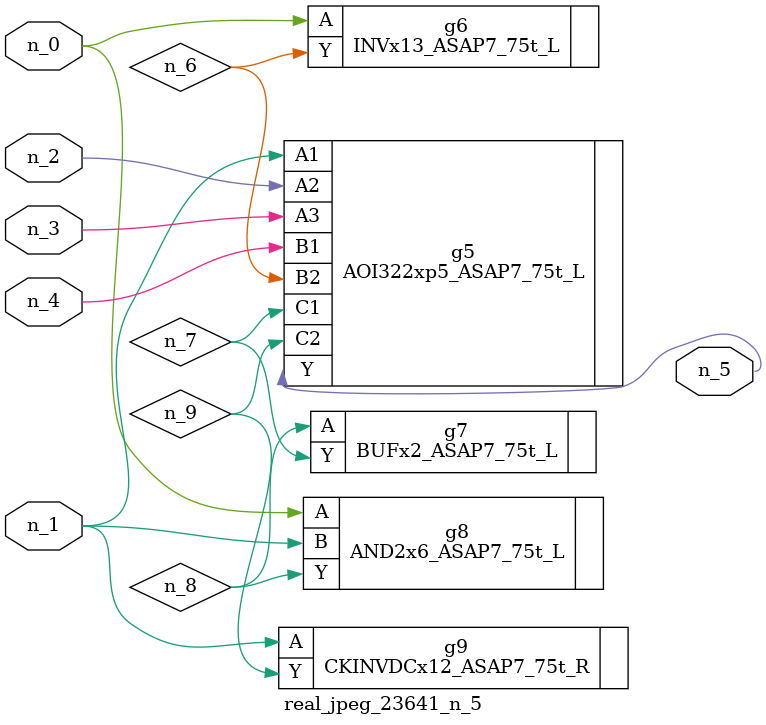
<source format=v>
module real_jpeg_23641_n_5 (n_4, n_0, n_1, n_2, n_3, n_5);

input n_4;
input n_0;
input n_1;
input n_2;
input n_3;

output n_5;

wire n_8;
wire n_6;
wire n_7;
wire n_9;

INVx13_ASAP7_75t_L g6 ( 
.A(n_0),
.Y(n_6)
);

AND2x6_ASAP7_75t_L g8 ( 
.A(n_0),
.B(n_1),
.Y(n_8)
);

AOI322xp5_ASAP7_75t_L g5 ( 
.A1(n_1),
.A2(n_2),
.A3(n_3),
.B1(n_4),
.B2(n_6),
.C1(n_7),
.C2(n_9),
.Y(n_5)
);

CKINVDCx12_ASAP7_75t_R g9 ( 
.A(n_1),
.Y(n_9)
);

BUFx2_ASAP7_75t_L g7 ( 
.A(n_8),
.Y(n_7)
);


endmodule
</source>
